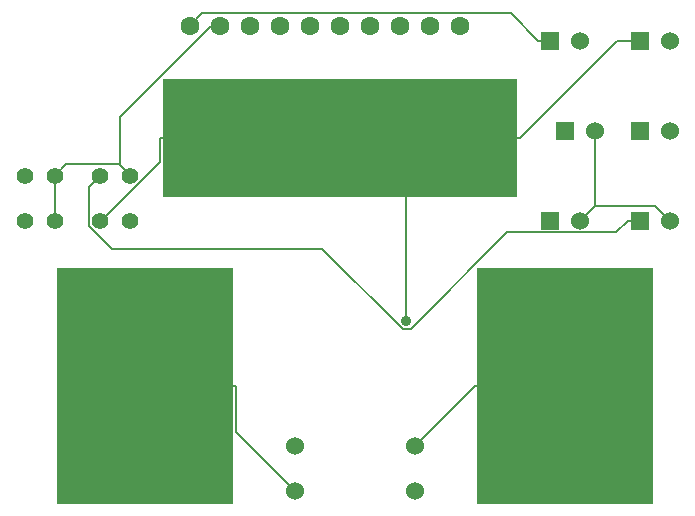
<source format=gbl>
G04 (created by PCBNEW (2013-07-07 BZR 4022)-stable) date Saturday 09 November 2013 12:27:47 PM IST*
%MOIN*%
G04 Gerber Fmt 3.4, Leading zero omitted, Abs format*
%FSLAX34Y34*%
G01*
G70*
G90*
G04 APERTURE LIST*
%ADD10C,0.00590551*%
%ADD11C,0.06*%
%ADD12C,0.0629921*%
%ADD13R,0.06X0.06*%
%ADD14C,0.055*%
%ADD15R,0.590551X0.787402*%
%ADD16R,1.1811X0.393701*%
%ADD17C,0.035*%
%ADD18C,0.006*%
G04 APERTURE END LIST*
G54D10*
G54D11*
X34500Y-32500D03*
X38500Y-32500D03*
X38500Y-31000D03*
X34500Y-31000D03*
G54D12*
X31000Y-17000D03*
X32000Y-17000D03*
X33000Y-17000D03*
X34000Y-17000D03*
X35000Y-17000D03*
X36000Y-17000D03*
X37000Y-17000D03*
X38000Y-17000D03*
X39000Y-17000D03*
X40000Y-17000D03*
G54D13*
X43000Y-17500D03*
G54D11*
X44000Y-17500D03*
G54D13*
X46000Y-17500D03*
G54D11*
X47000Y-17500D03*
G54D13*
X43500Y-20500D03*
G54D11*
X44500Y-20500D03*
G54D13*
X43000Y-23500D03*
G54D11*
X44000Y-23500D03*
G54D13*
X46000Y-23500D03*
G54D11*
X47000Y-23500D03*
G54D13*
X46000Y-20500D03*
G54D11*
X47000Y-20500D03*
G54D14*
X25500Y-22000D03*
X26500Y-22000D03*
X25500Y-23500D03*
X26500Y-23500D03*
X28000Y-23500D03*
X29000Y-23500D03*
X28000Y-22000D03*
X29000Y-22000D03*
G54D15*
X29500Y-29000D03*
X43500Y-29000D03*
G54D16*
X36000Y-20750D03*
G54D17*
X38218Y-26834D03*
G54D18*
X26500Y-23500D02*
X26500Y-22000D01*
X26870Y-21629D02*
X26500Y-22000D01*
X28662Y-21629D02*
X26870Y-21629D01*
X28662Y-21662D02*
X28662Y-21629D01*
X29000Y-22000D02*
X28662Y-21662D01*
X31720Y-17000D02*
X32000Y-17000D01*
X28662Y-20057D02*
X31720Y-17000D01*
X28662Y-21629D02*
X28662Y-20057D01*
X46500Y-23000D02*
X47000Y-23500D01*
X44500Y-23000D02*
X46500Y-23000D01*
X44000Y-23500D02*
X44500Y-23000D01*
X44500Y-23000D02*
X44500Y-20500D01*
X32542Y-30542D02*
X34500Y-32500D01*
X32542Y-29000D02*
X32542Y-30542D01*
X29500Y-29000D02*
X32542Y-29000D01*
X40457Y-29042D02*
X38500Y-31000D01*
X40457Y-29000D02*
X40457Y-29042D01*
X43500Y-29000D02*
X40457Y-29000D01*
X46000Y-23500D02*
X45609Y-23500D01*
X45219Y-23890D02*
X45609Y-23500D01*
X41581Y-23890D02*
X45219Y-23890D01*
X38358Y-27112D02*
X41581Y-23890D01*
X38101Y-27112D02*
X38358Y-27112D01*
X35420Y-24431D02*
X38101Y-27112D01*
X28398Y-24431D02*
X35420Y-24431D01*
X27634Y-23667D02*
X28398Y-24431D01*
X27634Y-22365D02*
X27634Y-23667D01*
X28000Y-22000D02*
X27634Y-22365D01*
X41694Y-16584D02*
X42609Y-17500D01*
X31415Y-16584D02*
X41694Y-16584D01*
X31000Y-17000D02*
X31415Y-16584D01*
X43000Y-17500D02*
X42609Y-17500D01*
X28039Y-23500D02*
X28000Y-23500D01*
X30004Y-21534D02*
X28039Y-23500D01*
X30004Y-20750D02*
X30004Y-21534D01*
X35761Y-20750D02*
X30004Y-20750D01*
X35761Y-20750D02*
X36000Y-20750D01*
X45245Y-17500D02*
X46000Y-17500D01*
X41995Y-20750D02*
X45245Y-17500D01*
X36000Y-20750D02*
X37933Y-20750D01*
X37933Y-20750D02*
X41995Y-20750D01*
X38218Y-21035D02*
X38218Y-26834D01*
X37933Y-20750D02*
X38218Y-21035D01*
M02*

</source>
